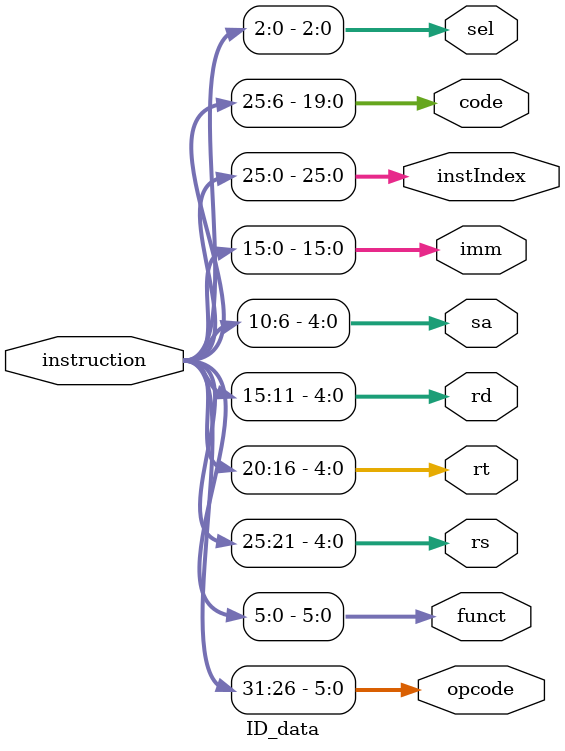
<source format=v>
`timescale 1ns / 1ps


module ID_data(
    input wire [31:0] instruction,
    output wire [5:0] opcode,
    output wire [5:0] funct,
    output wire [4:0] rs,
    output wire [4:0] rt,
    output wire [4:0] rd,
    output wire [4:0] sa,  // sa and base are the same
    output wire [15:0] imm,  // imm and offset are the same
    output wire [25:0] instIndex,
    output wire [19:0] code,
    output wire [2:0] sel
);

assign opcode = instruction[31:26];
assign funct = instruction[5:0];

assign rs = instruction[25:21];
assign rt = instruction[20:16];
assign rd = instruction[15:11];
assign sa = instruction[10:6];

assign imm = instruction[15:0];
assign instIndex = instruction[25:0];

assign code = instruction[25:6];
assign sel = instruction[2:0];

endmodule

</source>
